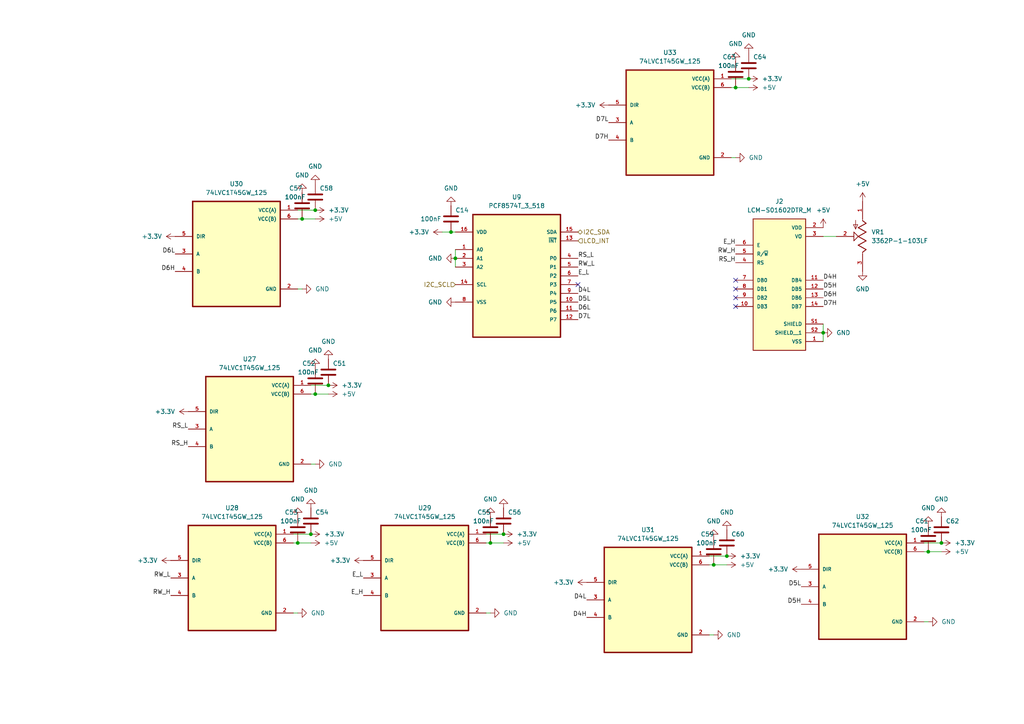
<source format=kicad_sch>
(kicad_sch (version 20231120) (generator "eeschema") (generator_version "8.0")
  (paper "A4")
  (lib_symbols
    (symbol "3362P-1-103LF:3362P-1-103LF" (pin_names (offset 1.016))
      (property "Reference" "VR" (at -10.1818 2.5465 0))
      (property "Value" "3362P-1-103LF" (at -10.1645 -7.6423 0))
      (symbol "3362P-1-103LF_0_0"
        (polyline (pts (xy -5.08 0) (xy -4.572 0)) (stroke (width 0.1524)))
        (polyline (pts (xy -4.699 -2.032) (xy -2.159 -2.032)) (stroke (width 0.1524)))
        (polyline (pts (xy -4.572 0) (xy -3.81 1.016)) (stroke (width 0.254)))
        (polyline (pts (xy -3.81 1.016) (xy -2.54 -1.27)) (stroke (width 0.254)))
        (polyline (pts (xy -3.429 -2.667) (xy -3.429 -1.397)) (stroke (width 0.1524)))
        (polyline (pts (xy -3.429 -1.397) (xy -2.159 -2.032)) (stroke (width 0.1524)))
        (polyline (pts (xy -2.54 -1.27) (xy -1.27 1.016)) (stroke (width 0.254)))
        (polyline (pts (xy -2.159 -2.032) (xy -3.429 -2.667)) (stroke (width 0.1524)))
        (polyline (pts (xy -1.27 -2.54) (xy 0 -1.27)) (stroke (width 0.2032)))
        (polyline (pts (xy -1.27 1.016) (xy 0 -1.27)) (stroke (width 0.254)))
        (polyline (pts (xy 0 -1.27) (xy 1.27 -2.54)) (stroke (width 0.2032)))
        (polyline (pts (xy 0 -1.27) (xy 1.27 1.016)) (stroke (width 0.254)))
        (polyline (pts (xy 1.27 -2.54) (xy -1.27 -2.54)) (stroke (width 0.2032)))
        (polyline (pts (xy 1.27 1.016) (xy 2.54 -1.27)) (stroke (width 0.254)))
        (polyline (pts (xy 2.54 -1.27) (xy 3.81 1.016)) (stroke (width 0.254)))
        (polyline (pts (xy 3.81 1.016) (xy 4.572 0)) (stroke (width 0.254)))
        (polyline (pts (xy 4.572 0) (xy 5.08 0)) (stroke (width 0.1524)))
        (pin passive line (at -10.16 0 0) (length 5.08) (name "~") (number "1"))
        (pin passive line (at 0 -7.62 90) (length 5.08) (name "~") (number "2"))
        (pin passive line (at 10.16 0 180) (length 5.08) (name "~") (number "3"))
      )
    )
    (symbol "74LVC1T45GW_125:74LVC1T45GW_125" (pin_names (offset 1.016))
      (property "Reference" "U" (at -12.7 16.24 0))
      (property "Value" "74LVC1T45GW_125" (at -12.7 -19.24 0))
      (symbol "74LVC1T45GW_125_0_0"
        (rectangle (start -12.7 -15.24) (end 12.7 15.24) (stroke (width 0.41)) (fill (type background)))
        (pin power_in line (at 17.78 12.7 180) (length 5.08) (name "VCC(A)") (number "1"))
        (pin power_in line (at 17.78 -10.16 180) (length 5.08) (name "GND") (number "2"))
        (pin bidirectional line (at -17.78 0 0) (length 5.08) (name "A") (number "3"))
        (pin bidirectional line (at -17.78 -5.08 0) (length 5.08) (name "B") (number "4"))
        (pin input line (at -17.78 5.08 0) (length 5.08) (name "DIR") (number "5"))
        (pin power_in line (at 17.78 10.16 180) (length 5.08) (name "VCC(B)") (number "6"))
      )
    )
    (symbol "Device:C" (pin_numbers hide) (pin_names (offset 0.254))
      (property "Reference" "C" (at 0.635 2.54 0))
      (property "Value" "C" (at 0.635 -2.54 0))
      (symbol "C_0_1"
        (polyline (pts (xy -2.032 -0.762) (xy 2.032 -0.762)) (stroke (width 0.508)))
        (polyline (pts (xy -2.032 0.762) (xy 2.032 0.762)) (stroke (width 0.508)))
      )
      (symbol "C_1_1"
        (pin passive line (at 0 3.81 270) (length 2.794) (name "~") (number "1"))
        (pin passive line (at 0 -3.81 90) (length 2.794) (name "~") (number "2"))
      )
    )
    (symbol "LCM-S01602DTR_M:LCM-S01602DTR_M" (pin_names (offset 1.016))
      (property "Reference" "J" (at -7.62 19.05 0))
      (property "Value" "LCM-S01602DTR_M" (at -7.62 -22.86 0))
      (symbol "LCM-S01602DTR_M_0_0"
        (rectangle (start -7.62 -20.32) (end 7.62 17.78) (stroke (width 0.254)) (fill (type background)))
        (pin power_in line (at 12.7 -17.78 180) (length 5.08) (name "VSS") (number "1"))
        (pin bidirectional line (at -12.7 -7.62 0) (length 5.08) (name "DB3") (number "10"))
        (pin bidirectional line (at 12.7 0 180) (length 5.08) (name "DB4") (number "11"))
        (pin bidirectional line (at 12.7 -2.54 180) (length 5.08) (name "DB5") (number "12"))
        (pin bidirectional line (at 12.7 -5.08 180) (length 5.08) (name "DB6") (number "13"))
        (pin bidirectional line (at 12.7 -7.62 180) (length 5.08) (name "DB7") (number "14"))
        (pin power_in line (at 12.7 15.24 180) (length 5.08) (name "VDD") (number "2"))
        (pin passive line (at 12.7 12.7 180) (length 5.08) (name "VO") (number "3"))
        (pin input line (at -12.7 5.08 0) (length 5.08) (name "RS") (number "4"))
        (pin input line (at -12.7 7.62 0) (length 5.08) (name "R/~{W}") (number "5"))
        (pin input line (at -12.7 10.16 0) (length 5.08) (name "E") (number "6"))
        (pin bidirectional line (at -12.7 0 0) (length 5.08) (name "DB0") (number "7"))
        (pin bidirectional line (at -12.7 -2.54 0) (length 5.08) (name "DB1") (number "8"))
        (pin bidirectional line (at -12.7 -5.08 0) (length 5.08) (name "DB2") (number "9"))
        (pin passive line (at 12.7 -12.7 180) (length 5.08) (name "SHIELD") (number "S1"))
        (pin passive line (at 12.7 -15.24 180) (length 5.08) (name "SHIELD__1") (number "S2"))
      )
    )
    (symbol "PCF8574T_3_518:PCF8574T_3_518" (pin_names (offset 1.016))
      (property "Reference" "U" (at -4.8821 16.5789 0))
      (property "Value" "PCF8574T_3_518" (at -4.6387 -23.3717 0))
      (symbol "PCF8574T_3_518_0_0"
        (rectangle (start -12.7 -20.32) (end 12.7 15.24) (stroke (width 0.4064)) (fill (type background)))
        (pin input line (at -17.78 5.08 0) (length 5.08) (name "A0") (number "1"))
        (pin bidirectional line (at 17.78 -10.16 180) (length 5.08) (name "P5") (number "10"))
        (pin bidirectional line (at 17.78 -12.7 180) (length 5.08) (name "P6") (number "11"))
        (pin bidirectional line (at 17.78 -15.24 180) (length 5.08) (name "P7") (number "12"))
        (pin output line (at 17.78 7.62 180) (length 5.08) (name "~{INT}") (number "13"))
        (pin input line (at -17.78 -5.08 0) (length 5.08) (name "SCL") (number "14"))
        (pin bidirectional line (at 17.78 10.16 180) (length 5.08) (name "SDA") (number "15"))
        (pin power_in line (at -17.78 10.16 0) (length 5.08) (name "VDD") (number "16"))
        (pin input line (at -17.78 2.54 0) (length 5.08) (name "A1") (number "2"))
        (pin input line (at -17.78 0 0) (length 5.08) (name "A2") (number "3"))
        (pin bidirectional line (at 17.78 2.54 180) (length 5.08) (name "P0") (number "4"))
        (pin bidirectional line (at 17.78 0 180) (length 5.08) (name "P1") (number "5"))
        (pin bidirectional line (at 17.78 -2.54 180) (length 5.08) (name "P2") (number "6"))
        (pin bidirectional line (at 17.78 -5.08 180) (length 5.08) (name "P3") (number "7"))
        (pin passive line (at -17.78 -10.16 0) (length 5.08) (name "VSS") (number "8"))
        (pin bidirectional line (at 17.78 -7.62 180) (length 5.08) (name "P4") (number "9"))
      )
    )
    (symbol "power:+3.3V" (power) (pin_names (offset 0))
      (property "Value" "+3.3V" (at 0 3.556 0))
      (symbol "+3.3V_0_1"
        (polyline (pts (xy -0.762 1.27) (xy 0 2.54)))
        (polyline (pts (xy 0 0) (xy 0 2.54)))
        (polyline (pts (xy 0 2.54) (xy 0.762 1.27)))
      )
      (symbol "+3.3V_1_1"
        (pin power_in line (at 0 0 90) (length 0) hide (name "+3.3V") (number "1"))
      )
    )
    (symbol "power:+5V" (power) (pin_names (offset 0))
      (property "Value" "+5V" (at 0 3.556 0))
      (symbol "+5V_0_1"
        (polyline (pts (xy -0.762 1.27) (xy 0 2.54)))
        (polyline (pts (xy 0 0) (xy 0 2.54)))
        (polyline (pts (xy 0 2.54) (xy 0.762 1.27)))
      )
      (symbol "+5V_1_1"
        (pin power_in line (at 0 0 90) (length 0) hide (name "+5V") (number "1"))
      )
    )
    (symbol "power:GND" (power) (pin_names (offset 0))
      (property "Value" "GND" (at 0 -3.81 0))
      (symbol "GND_0_1"
        (polyline (pts (xy 0 0) (xy 0 -1.27) (xy 1.27 -1.27) (xy 0 -2.54) (xy -1.27 -1.27) (xy 0 -1.27)))
      )
      (symbol "GND_1_1"
        (pin power_in line (at 0 0 270) (length 0) hide (name "GND") (number "1"))
      )
    )
  )
  (junction (at 130.81 67.31))
  (junction (at 86.36 157.48))
  (junction (at 91.44 114.3))
  (junction (at 87.63 63.5))
  (junction (at 146.05 154.94))
  (junction (at 91.44 60.96))
  (junction (at 132.08 74.93))
  (junction (at 95.25 111.76))
  (junction (at 217.17 22.86))
  (junction (at 238.76 96.52))
  (junction (at 269.24 160.02))
  (junction (at 213.36 25.4))
  (junction (at 90.17 154.94))
  (junction (at 273.05 157.48))
  (junction (at 142.24 157.48))
  (junction (at 210.82 161.29))
  (junction (at 207.01 163.83))
  (no_connect (at 167.64 82.55))
  (no_connect (at 213.36 88.9))
  (no_connect (at 213.36 86.36))
  (no_connect (at 213.36 83.82))
  (no_connect (at 213.36 81.28))
  (wire (pts (xy 213.36 25.4) (xy 212.09 25.4)))
  (wire (pts (xy 269.24 160.02) (xy 267.97 160.02)))
  (wire (pts (xy 90.17 134.62) (xy 91.44 134.62)))
  (wire (pts (xy 267.97 180.34) (xy 269.24 180.34)))
  (wire (pts (xy 87.63 63.5) (xy 91.44 63.5)))
  (wire (pts (xy 238.76 93.98) (xy 238.76 96.52)))
  (wire (pts (xy 205.74 184.15) (xy 207.01 184.15)))
  (wire (pts (xy 217.17 22.86) (xy 212.09 22.86)))
  (wire (pts (xy 146.05 154.94) (xy 140.97 154.94)))
  (wire (pts (xy 207.01 163.83) (xy 205.74 163.83)))
  (wire (pts (xy 132.08 77.47) (xy 132.08 74.93)))
  (wire (pts (xy 128.27 67.31) (xy 130.81 67.31)))
  (wire (pts (xy 269.24 160.02) (xy 273.05 160.02)))
  (wire (pts (xy 210.82 161.29) (xy 205.74 161.29)))
  (wire (pts (xy 132.08 72.39) (xy 132.08 74.93)))
  (wire (pts (xy 86.36 83.82) (xy 87.63 83.82)))
  (wire (pts (xy 90.17 154.94) (xy 85.09 154.94)))
  (wire (pts (xy 212.09 45.72) (xy 213.36 45.72)))
  (wire (pts (xy 91.44 60.96) (xy 86.36 60.96)))
  (wire (pts (xy 85.09 177.8) (xy 86.36 177.8)))
  (wire (pts (xy 142.24 157.48) (xy 140.97 157.48)))
  (wire (pts (xy 130.81 67.31) (xy 132.08 67.31)))
  (wire (pts (xy 95.25 111.76) (xy 90.17 111.76)))
  (wire (pts (xy 207.01 163.83) (xy 210.82 163.83)))
  (wire (pts (xy 238.76 68.58) (xy 242.57 68.58)))
  (wire (pts (xy 273.05 157.48) (xy 267.97 157.48)))
  (wire (pts (xy 238.76 96.52) (xy 238.76 99.06)))
  (wire (pts (xy 140.97 177.8) (xy 142.24 177.8)))
  (wire (pts (xy 91.44 114.3) (xy 95.25 114.3)))
  (wire (pts (xy 87.63 63.5) (xy 86.36 63.5)))
  (wire (pts (xy 86.36 157.48) (xy 90.17 157.48)))
  (wire (pts (xy 91.44 114.3) (xy 90.17 114.3)))
  (wire (pts (xy 213.36 25.4) (xy 217.17 25.4)))
  (wire (pts (xy 142.24 157.48) (xy 146.05 157.48)))
  (wire (pts (xy 86.36 157.48) (xy 85.09 157.48)))
  (label "D6H" (at 238.76 86.36 0))
  (label "RW_L" (at 167.64 77.47 0))
  (label "D6L" (at 167.64 90.17 0))
  (label "D7L" (at 167.64 92.71 0))
  (label "E_L" (at 105.41 167.64 180))
  (label "D6H" (at 50.8 78.74 180))
  (label "D7L" (at 176.53 35.56 180))
  (label "D4H" (at 170.18 179.07 180))
  (label "RW_L" (at 49.53 167.64 180))
  (label "D5H" (at 238.76 83.82 0))
  (label "E_L" (at 167.64 80.01 0))
  (label "D7H" (at 238.76 88.9 0))
  (label "RW_H" (at 213.36 73.66 180))
  (label "RS_L" (at 54.61 124.46 180))
  (label "RW_H" (at 49.53 172.72 180))
  (label "RS_H" (at 54.61 129.54 180))
  (label "D6L" (at 50.8 73.66 180))
  (label "D5H" (at 232.41 175.26 180))
  (label "D4L" (at 170.18 173.99 180))
  (label "D4H" (at 238.76 81.28 0))
  (label "D5L" (at 232.41 170.18 180))
  (label "D7H" (at 176.53 40.64 180))
  (label "RS_L" (at 167.64 74.93 0))
  (label "E_H" (at 213.36 71.12 180))
  (label "E_H" (at 105.41 172.72 180))
  (label "D4L" (at 167.64 85.09 0))
  (label "RS_H" (at 213.36 76.2 180))
  (label "D5L" (at 167.64 87.63 0))
  (hierarchical_label "LCD_INT" (shape input) (at 167.64 69.85 0))
  (hierarchical_label "I2C_SCL" (shape input) (at 132.08 82.55 180))
  (hierarchical_label "I2C_SDA" (shape bidirectional) (at 167.64 67.31 0))
  (symbol (lib_id "power:+5V") (at 250.19 58.42 0) (unit 1)
    (property "Reference" "#PWR033" (effects (hide yes)))
    (property "Value" "+5V" (at 250.19 53.34 0))
  )
  (symbol (lib_id "Device:C") (at 142.24 153.67 0) (unit 1)
    (property "Reference" "C55" (at 138.43 148.59 0) (effects (justify left)))
    (property "Value" "100nF" (at 137.16 151.13 0) (effects (justify left)))
    (property "Footprint" "Capacitor_SMD:C_0402_1005Metric" (effects (hide yes)))
  )
  (symbol (lib_id "Device:C") (at 269.24 156.21 0) (unit 1)
    (property "Reference" "C61" (at 265.43 151.13 0) (effects (justify left)))
    (property "Value" "100nF" (at 264.16 153.67 0) (effects (justify left)))
    (property "Footprint" "Capacitor_SMD:C_0402_1005Metric" (effects (hide yes)))
  )
  (symbol (lib_id "Device:C") (at 146.05 151.13 0) (unit 1)
    (property "Reference" "C56" (at 147.32 148.59 0) (effects (justify left)))
    (property "Value" "100nF" (at 137.16 151.13 0) (effects (justify left)))
    (property "Footprint" "Capacitor_SMD:C_0402_1005Metric" (effects (hide yes)))
  )
  (symbol (lib_id "power:+3.3V") (at 128.27 67.31 90) (unit 1)
    (property "Reference" "#PWR037" (effects (hide yes)))
    (property "Value" "+3.3V" (at 124.46 67.31 90) (effects (justify left)))
  )
  (symbol (lib_id "power:GND") (at 238.76 96.52 90) (unit 1)
    (property "Reference" "#PWR032" (effects (hide yes)))
    (property "Value" "GND" (at 242.57 96.52 90) (effects (justify right)))
  )
  (symbol (lib_id "power:+3.3V") (at 90.17 154.94 270) (unit 1)
    (property "Reference" "#PWR0134" (effects (hide yes)))
    (property "Value" "+3.3V" (at 93.98 154.94 90) (effects (justify left)))
  )
  (symbol (lib_id "power:GND") (at 210.82 153.67 180) (unit 1)
    (property "Reference" "#PWR0151" (effects (hide yes)))
    (property "Value" "GND" (at 210.82 148.59 0))
  )
  (symbol (lib_id "power:GND") (at 91.44 53.34 180) (unit 1)
    (property "Reference" "#PWR0145" (effects (hide yes)))
    (property "Value" "GND" (at 91.44 48.26 0))
  )
  (symbol (lib_id "74LVC1T45GW_125:74LVC1T45GW_125") (at 187.96 173.99 0) (unit 1)
    (property "Reference" "U31" (at 187.96 153.67 0))
    (property "Value" "74LVC1T45GW_125" (at 187.96 156.21 0))
    (property "Footprint" "74LVC1T45GW_125:SOP65P210X110-6N" (effects (hide yes)))
    (property "Manufacturer" "Nexperia USA" (effects (hide yes)))
    (property "Package" "SOP65P210X110-6N" (effects (hide yes)))
  )
  (symbol (lib_id "power:+5V") (at 238.76 66.04 0) (unit 1)
    (property "Reference" "#PWR031" (effects (hide yes)))
    (property "Value" "+5V" (at 238.76 60.96 0))
  )
  (symbol (lib_id "power:+3.3V") (at 105.41 162.56 90) (unit 1)
    (property "Reference" "#PWR0136" (effects (hide yes)))
    (property "Value" "+3.3V" (at 101.6 162.56 90) (effects (justify left)))
  )
  (symbol (lib_id "power:+3.3V") (at 217.17 22.86 270) (unit 1)
    (property "Reference" "#PWR0164" (effects (hide yes)))
    (property "Value" "+3.3V" (at 220.98 22.86 90) (effects (justify left)))
  )
  (symbol (lib_id "power:+3.3V") (at 50.8 68.58 90) (unit 1)
    (property "Reference" "#PWR0142" (effects (hide yes)))
    (property "Value" "+3.3V" (at 46.99 68.58 90) (effects (justify left)))
  )
  (symbol (lib_id "74LVC1T45GW_125:74LVC1T45GW_125") (at 123.19 167.64 0) (unit 1)
    (property "Reference" "U29" (at 123.19 147.32 0))
    (property "Value" "74LVC1T45GW_125" (at 123.19 149.86 0))
    (property "Footprint" "74LVC1T45GW_125:SOP65P210X110-6N" (effects (hide yes)))
    (property "Manufacturer" "Nexperia USA" (effects (hide yes)))
    (property "Package" "SOP65P210X110-6N" (effects (hide yes)))
  )
  (symbol (lib_id "power:+5V") (at 90.17 157.48 270) (unit 1)
    (property "Reference" "#PWR0135" (effects (hide yes)))
    (property "Value" "+5V" (at 93.98 157.48 90) (effects (justify left)))
  )
  (symbol (lib_id "74LVC1T45GW_125:74LVC1T45GW_125") (at 67.31 167.64 0) (unit 1)
    (property "Reference" "U28" (at 67.31 147.32 0))
    (property "Value" "74LVC1T45GW_125" (at 67.31 149.86 0))
    (property "Footprint" "74LVC1T45GW_125:SOP65P210X110-6N" (effects (hide yes)))
    (property "Manufacturer" "Nexperia USA" (effects (hide yes)))
    (property "Package" "SOP65P210X110-6N" (effects (hide yes)))
  )
  (symbol (lib_id "74LVC1T45GW_125:74LVC1T45GW_125") (at 194.31 35.56 0) (unit 1)
    (property "Reference" "U33" (at 194.31 15.24 0))
    (property "Value" "74LVC1T45GW_125" (at 194.31 17.78 0))
    (property "Footprint" "74LVC1T45GW_125:SOP65P210X110-6N" (effects (hide yes)))
    (property "Manufacturer" "Nexperia USA" (effects (hide yes)))
    (property "Package" "SOP65P210X110-6N" (effects (hide yes)))
  )
  (symbol (lib_id "power:GND") (at 250.19 78.74 0) (unit 1)
    (property "Reference" "#PWR034" (effects (hide yes)))
    (property "Value" "GND" (at 250.19 83.82 0))
  )
  (symbol (lib_id "power:+3.3V") (at 210.82 161.29 270) (unit 1)
    (property "Reference" "#PWR0152" (effects (hide yes)))
    (property "Value" "+3.3V" (at 214.63 161.29 90) (effects (justify left)))
  )
  (symbol (lib_id "power:GND") (at 213.36 45.72 90) (unit 1)
    (property "Reference" "#PWR0162" (effects (hide yes)))
    (property "Value" "GND" (at 217.17 45.72 90) (effects (justify right)))
  )
  (symbol (lib_id "power:GND") (at 91.44 134.62 90) (unit 1)
    (property "Reference" "#PWR0128" (effects (hide yes)))
    (property "Value" "GND" (at 95.25 134.62 90) (effects (justify right)))
  )
  (symbol (lib_id "power:GND") (at 273.05 149.86 180) (unit 1)
    (property "Reference" "#PWR0157" (effects (hide yes)))
    (property "Value" "GND" (at 273.05 144.78 0))
  )
  (symbol (lib_id "Device:C") (at 210.82 157.48 0) (unit 1)
    (property "Reference" "C60" (at 212.09 154.94 0) (effects (justify left)))
    (property "Value" "100nF" (at 201.93 157.48 0) (effects (justify left)))
    (property "Footprint" "Capacitor_SMD:C_0402_1005Metric" (effects (hide yes)))
  )
  (symbol (lib_id "power:+3.3V") (at 176.53 30.48 90) (unit 1)
    (property "Reference" "#PWR0160" (effects (hide yes)))
    (property "Value" "+3.3V" (at 172.72 30.48 90) (effects (justify left)))
  )
  (symbol (lib_id "power:+3.3V") (at 273.05 157.48 270) (unit 1)
    (property "Reference" "#PWR0158" (effects (hide yes)))
    (property "Value" "+3.3V" (at 276.86 157.48 90) (effects (justify left)))
  )
  (symbol (lib_id "power:GND") (at 95.25 104.14 180) (unit 1)
    (property "Reference" "#PWR0126" (effects (hide yes)))
    (property "Value" "GND" (at 95.25 99.06 0))
  )
  (symbol (lib_id "power:GND") (at 132.08 74.93 270) (unit 1)
    (property "Reference" "#PWR039" (effects (hide yes)))
    (property "Value" "GND" (at 128.27 74.93 90) (effects (justify right)))
  )
  (symbol (lib_id "Device:C") (at 91.44 110.49 0) (unit 1)
    (property "Reference" "C52" (at 87.63 105.41 0) (effects (justify left)))
    (property "Value" "100nF" (at 86.36 107.95 0) (effects (justify left)))
    (property "Footprint" "Capacitor_SMD:C_0402_1005Metric" (effects (hide yes)))
  )
  (symbol (lib_id "power:GND") (at 87.63 55.88 180) (unit 1)
    (property "Reference" "#PWR0143" (effects (hide yes)))
    (property "Value" "GND" (at 87.63 50.8 0))
  )
  (symbol (lib_id "Device:C") (at 207.01 160.02 0) (unit 1)
    (property "Reference" "C59" (at 203.2 154.94 0) (effects (justify left)))
    (property "Value" "100nF" (at 201.93 157.48 0) (effects (justify left)))
    (property "Footprint" "Capacitor_SMD:C_0402_1005Metric" (effects (hide yes)))
  )
  (symbol (lib_id "power:+5V") (at 210.82 163.83 270) (unit 1)
    (property "Reference" "#PWR0153" (effects (hide yes)))
    (property "Value" "+5V" (at 214.63 163.83 90) (effects (justify left)))
  )
  (symbol (lib_id "Device:C") (at 217.17 19.05 0) (unit 1)
    (property "Reference" "C64" (at 218.44 16.51 0) (effects (justify left)))
    (property "Value" "100nF" (at 208.28 19.05 0) (effects (justify left)))
    (property "Footprint" "Capacitor_SMD:C_0402_1005Metric" (effects (hide yes)))
  )
  (symbol (lib_id "PCF8574T_3_518:PCF8574T_3_518") (at 149.86 77.47 0) (unit 1)
    (property "Reference" "U9" (at 149.86 57.15 0))
    (property "Value" "PCF8574T_3_518" (at 149.86 59.69 0))
    (property "Footprint" "PCF8574T_3_518 (1):SOIC127P1032X265-16N" (effects (hide yes)))
    (property "SUPPLIER" "NXP" (effects (hide yes)))
    (property "OC_FARNELL" "2101302" (effects (hide yes)))
    (property "OC_NEWARK" "70R6866" (effects (hide yes)))
    (property "MPN" "PCF8574T/3,518" (effects (hide yes)))
    (property "PACKAGE" "SOIC-16" (effects (hide yes)))
  )
  (symbol (lib_id "74LVC1T45GW_125:74LVC1T45GW_125") (at 72.39 124.46 0) (unit 1)
    (property "Reference" "U27" (at 72.39 104.14 0))
    (property "Value" "74LVC1T45GW_125" (at 72.39 106.68 0))
    (property "Footprint" "74LVC1T45GW_125:SOP65P210X110-6N" (effects (hide yes)))
    (property "Manufacturer" "Nexperia USA" (effects (hide yes)))
    (property "Package" "SOP65P210X110-6N" (effects (hide yes)))
  )
  (symbol (lib_id "power:+5V") (at 91.44 63.5 270) (unit 1)
    (property "Reference" "#PWR0147" (effects (hide yes)))
    (property "Value" "+5V" (at 95.25 63.5 90) (effects (justify left)))
  )
  (symbol (lib_id "power:GND") (at 207.01 156.21 180) (unit 1)
    (property "Reference" "#PWR0149" (effects (hide yes)))
    (property "Value" "GND" (at 207.01 151.13 0))
  )
  (symbol (lib_id "power:GND") (at 146.05 147.32 180) (unit 1)
    (property "Reference" "#PWR0139" (effects (hide yes)))
    (property "Value" "GND" (effects (hide yes)))
  )
  (symbol (lib_id "power:+3.3V") (at 95.25 111.76 270) (unit 1)
    (property "Reference" "#PWR0119" (effects (hide yes)))
    (property "Value" "+3.3V" (at 99.06 111.76 90) (effects (justify left)))
  )
  (symbol (lib_id "power:GND") (at 86.36 177.8 90) (unit 1)
    (property "Reference" "#PWR0132" (effects (hide yes)))
    (property "Value" "GND" (at 90.17 177.8 90) (effects (justify right)))
  )
  (symbol (lib_id "power:GND") (at 213.36 17.78 180) (unit 1)
    (property "Reference" "#PWR0161" (effects (hide yes)))
    (property "Value" "GND" (at 213.36 12.7 0))
  )
  (symbol (lib_id "Device:C") (at 86.36 153.67 0) (unit 1)
    (property "Reference" "C53" (at 82.55 148.59 0) (effects (justify left)))
    (property "Value" "100nF" (at 81.28 151.13 0) (effects (justify left)))
    (property "Footprint" "Capacitor_SMD:C_0402_1005Metric" (effects (hide yes)))
  )
  (symbol (lib_id "power:+5V") (at 146.05 157.48 270) (unit 1)
    (property "Reference" "#PWR0141" (effects (hide yes)))
    (property "Value" "+5V" (at 149.86 157.48 90) (effects (justify left)))
  )
  (symbol (lib_id "3362P-1-103LF:3362P-1-103LF") (at 250.19 68.58 270) (unit 1)
    (property "Reference" "VR1" (at 252.73 67.31 90) (effects (justify left)))
    (property "Value" "3362P-1-103LF" (at 252.73 69.85 90) (effects (justify left)))
    (property "Footprint" "3362P_1_103LF (1)real:TRIM_3362P-1-103LF" (effects (hide yes)))
    (property "PARTREV" "08/26/10" (effects (hide yes)))
    (property "MF" "Bourns" (effects (hide yes)))
    (property "MP" "3362P-1-205LF" (effects (hide yes)))
    (property "STANDARD" "Manufacturer Recommendation" (effects (hide yes)))
  )
  (symbol (lib_id "power:GND") (at 142.24 177.8 90) (unit 1)
    (property "Reference" "#PWR0138" (effects (hide yes)))
    (property "Value" "GND" (at 146.05 177.8 90) (effects (justify right)))
  )
  (symbol (lib_id "power:+5V") (at 273.05 160.02 270) (unit 1)
    (property "Reference" "#PWR0159" (effects (hide yes)))
    (property "Value" "+5V" (at 276.86 160.02 90) (effects (justify left)))
  )
  (symbol (lib_id "power:GND") (at 142.24 149.86 180) (unit 1)
    (property "Reference" "#PWR0137" (effects (hide yes)))
    (property "Value" "GND" (at 142.24 144.78 0))
  )
  (symbol (lib_id "power:+5V") (at 95.25 114.3 270) (unit 1)
    (property "Reference" "#PWR0120" (effects (hide yes)))
    (property "Value" "+5V" (at 99.06 114.3 90) (effects (justify left)))
  )
  (symbol (lib_id "Device:C") (at 95.25 107.95 0) (unit 1)
    (property "Reference" "C51" (at 96.52 105.41 0) (effects (justify left)))
    (property "Value" "100nF" (at 86.36 107.95 0) (effects (justify left)))
    (property "Footprint" "Capacitor_SMD:C_0402_1005Metric" (effects (hide yes)))
  )
  (symbol (lib_id "power:GND") (at 132.08 87.63 270) (unit 1)
    (property "Reference" "#PWR036" (effects (hide yes)))
    (property "Value" "GND" (at 128.27 87.63 90) (effects (justify right)))
  )
  (symbol (lib_id "power:+3.3V") (at 49.53 162.56 90) (unit 1)
    (property "Reference" "#PWR0130" (effects (hide yes)))
    (property "Value" "+3.3V" (at 45.72 162.56 90) (effects (justify left)))
  )
  (symbol (lib_id "power:+5V") (at 217.17 25.4 270) (unit 1)
    (property "Reference" "#PWR0165" (effects (hide yes)))
    (property "Value" "+5V" (at 220.98 25.4 90) (effects (justify left)))
  )
  (symbol (lib_id "power:GND") (at 130.81 59.69 180) (unit 1)
    (property "Reference" "#PWR040" (effects (hide yes)))
    (property "Value" "GND" (at 130.81 54.61 0))
  )
  (symbol (lib_id "Device:C") (at 130.81 63.5 0) (unit 1)
    (property "Reference" "C14" (at 132.08 60.96 0) (effects (justify left)))
    (property "Value" "100nF" (at 121.92 63.5 0) (effects (justify left)))
    (property "Footprint" "Capacitor_SMD:C_0402_1005Metric" (effects (hide yes)))
  )
  (symbol (lib_id "Device:C") (at 87.63 59.69 0) (unit 1)
    (property "Reference" "C57" (at 83.82 54.61 0) (effects (justify left)))
    (property "Value" "100nF" (at 82.55 57.15 0) (effects (justify left)))
    (property "Footprint" "Capacitor_SMD:C_0402_1005Metric" (effects (hide yes)))
  )
  (symbol (lib_id "power:GND") (at 87.63 83.82 90) (unit 1)
    (property "Reference" "#PWR0144" (effects (hide yes)))
    (property "Value" "GND" (at 91.44 83.82 90) (effects (justify right)))
  )
  (symbol (lib_id "power:GND") (at 86.36 149.86 180) (unit 1)
    (property "Reference" "#PWR0131" (effects (hide yes)))
    (property "Value" "GND" (at 86.36 144.78 0))
  )
  (symbol (lib_id "power:+3.3V") (at 146.05 154.94 270) (unit 1)
    (property "Reference" "#PWR0140" (effects (hide yes)))
    (property "Value" "+3.3V" (at 149.86 154.94 90) (effects (justify left)))
  )
  (symbol (lib_id "Device:C") (at 273.05 153.67 0) (unit 1)
    (property "Reference" "C62" (at 274.32 151.13 0) (effects (justify left)))
    (property "Value" "100nF" (at 264.16 153.67 0) (effects (justify left)))
    (property "Footprint" "Capacitor_SMD:C_0402_1005Metric" (effects (hide yes)))
  )
  (symbol (lib_id "Device:C") (at 90.17 151.13 0) (unit 1)
    (property "Reference" "C54" (at 91.44 148.59 0) (effects (justify left)))
    (property "Value" "100nF" (at 81.28 151.13 0) (effects (justify left)))
    (property "Footprint" "Capacitor_SMD:C_0402_1005Metric" (effects (hide yes)))
  )
  (symbol (lib_id "74LVC1T45GW_125:74LVC1T45GW_125") (at 250.19 170.18 0) (unit 1)
    (property "Reference" "U32" (at 250.19 149.86 0))
    (property "Value" "74LVC1T45GW_125" (at 250.19 152.4 0))
    (property "Footprint" "74LVC1T45GW_125:SOP65P210X110-6N" (effects (hide yes)))
    (property "Manufacturer" "Nexperia USA" (effects (hide yes)))
    (property "Package" "SOP65P210X110-6N" (effects (hide yes)))
  )
  (symbol (lib_id "74LVC1T45GW_125:74LVC1T45GW_125") (at 68.58 73.66 0) (unit 1)
    (property "Reference" "U30" (at 68.58 53.34 0))
    (property "Value" "74LVC1T45GW_125" (at 68.58 55.88 0))
    (property "Footprint" "74LVC1T45GW_125:SOP65P210X110-6N" (effects (hide yes)))
    (property "Manufacturer" "Nexperia USA" (effects (hide yes)))
    (property "Package" "SOP65P210X110-6N" (effects (hide yes)))
  )
  (symbol (lib_id "Device:C") (at 213.36 21.59 0) (unit 1)
    (property "Reference" "C63" (at 209.55 16.51 0) (effects (justify left)))
    (property "Value" "100nF" (at 208.28 19.05 0) (effects (justify left)))
    (property "Footprint" "Capacitor_SMD:C_0402_1005Metric" (effects (hide yes)))
  )
  (symbol (lib_id "power:GND") (at 90.17 147.32 180) (unit 1)
    (property "Reference" "#PWR0133" (effects (hide yes)))
    (property "Value" "GND" (at 90.17 142.24 0))
  )
  (symbol (lib_id "power:GND") (at 269.24 152.4 180) (unit 1)
    (property "Reference" "#PWR0155" (effects (hide yes)))
    (property "Value" "GND" (at 269.24 147.32 0))
  )
  (symbol (lib_id "power:+3.3V") (at 54.61 119.38 90) (unit 1)
    (property "Reference" "#PWR0129" (effects (hide yes)))
    (property "Value" "+3.3V" (at 50.8 119.38 90) (effects (justify left)))
  )
  (symbol (lib_id "power:+3.3V") (at 232.41 165.1 90) (unit 1)
    (property "Reference" "#PWR0154" (effects (hide yes)))
    (property "Value" "+3.3V" (at 228.6 165.1 90) (effects (justify left)))
  )
  (symbol (lib_id "Device:C") (at 91.44 57.15 0) (unit 1)
    (property "Reference" "C58" (at 92.71 54.61 0) (effects (justify left)))
    (property "Value" "100nF" (at 82.55 57.15 0) (effects (justify left)))
    (property "Footprint" "Capacitor_SMD:C_0402_1005Metric" (effects (hide yes)))
  )
  (symbol (lib_id "power:GND") (at 269.24 180.34 90) (unit 1)
    (property "Reference" "#PWR0156" (effects (hide yes)))
    (property "Value" "GND" (at 273.05 180.34 90) (effects (justify right)))
  )
  (symbol (lib_id "LCM-S01602DTR_M:LCM-S01602DTR_M") (at 226.06 81.28 0) (unit 1)
    (property "Reference" "J2" (at 226.06 58.42 0))
    (property "Value" "LCM-S01602DTR_M" (at 226.06 60.96 0))
    (property "Footprint" "LCM_S01602DTR_M:LCD_LCM-S01602DTR_M" (effects (hide yes)))
    (property "PARTREV" "9/11/02" (effects (hide yes)))
    (property "STANDARD" "Manufacturer Recommendations" (effects (hide yes)))
    (property "MAXIMUM_PACKAGE_HEIGHT" "7.00mm" (effects (hide yes)))
    (property "MANUFACTURER" "LUMEX" (effects (hide yes)))
  )
  (symbol (lib_id "power:GND") (at 217.17 15.24 180) (unit 1)
    (property "Reference" "#PWR0163" (effects (hide yes)))
    (property "Value" "GND" (at 217.17 10.16 0))
  )
  (symbol (lib_id "power:+3.3V") (at 91.44 60.96 270) (unit 1)
    (property "Reference" "#PWR0146" (effects (hide yes)))
    (property "Value" "+3.3V" (at 95.25 60.96 90) (effects (justify left)))
  )
  (symbol (lib_id "power:+3.3V") (at 170.18 168.91 90) (unit 1)
    (property "Reference" "#PWR0148" (effects (hide yes)))
    (property "Value" "+3.3V" (at 166.37 168.91 90) (effects (justify left)))
  )
  (symbol (lib_id "power:GND") (at 207.01 184.15 90) (unit 1)
    (property "Reference" "#PWR0150" (effects (hide yes)))
    (property "Value" "GND" (at 210.82 184.15 90) (effects (justify right)))
  )
  (symbol (lib_id "power:GND") (at 91.44 106.68 180) (unit 1)
    (property "Reference" "#PWR0127" (effects (hide yes)))
    (property "Value" "GND" (at 91.44 101.6 0))
  )
)
</source>
